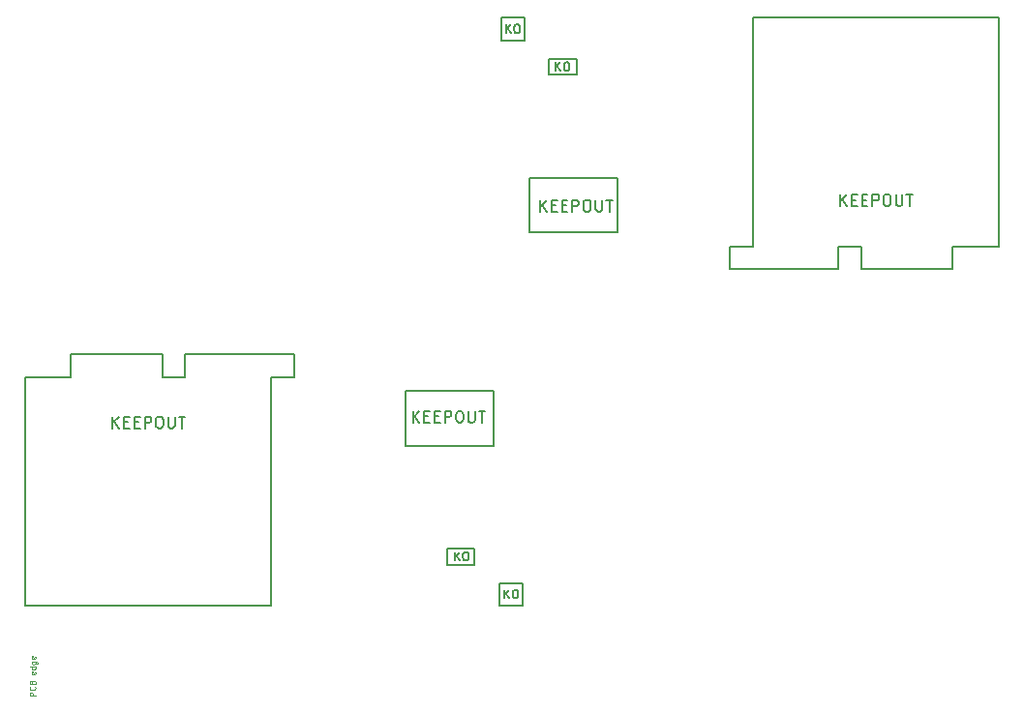
<source format=gbr>
G04 #@! TF.GenerationSoftware,KiCad,Pcbnew,(5.1.6)-1*
G04 #@! TF.CreationDate,2020-06-22T19:30:58+02:00*
G04 #@! TF.ProjectId,plc-sniffer,706c632d-736e-4696-9666-65722e6b6963,rev?*
G04 #@! TF.SameCoordinates,Original*
G04 #@! TF.FileFunction,OtherDrawing,Comment*
%FSLAX46Y46*%
G04 Gerber Fmt 4.6, Leading zero omitted, Abs format (unit mm)*
G04 Created by KiCad (PCBNEW (5.1.6)-1) date 2020-06-22 19:30:58*
%MOMM*%
%LPD*%
G01*
G04 APERTURE LIST*
%ADD10C,0.150000*%
%ADD11C,0.080000*%
G04 APERTURE END LIST*
D10*
G04 #@! TO.C,U602*
X105090000Y-84245000D02*
X101090000Y-84245000D01*
X105090000Y-82245000D02*
X105090000Y-84245000D01*
X113090000Y-82245000D02*
X105090000Y-82245000D01*
X113090000Y-84245000D02*
X113090000Y-82245000D01*
X115090000Y-84245000D02*
X113090000Y-84245000D01*
X115090000Y-82245000D02*
X115090000Y-84245000D01*
X124590000Y-82245000D02*
X115090000Y-82245000D01*
X122590000Y-84245000D02*
X122590000Y-104245000D01*
X124590000Y-84245000D02*
X122590000Y-84245000D01*
X124590000Y-82245000D02*
X124590000Y-84245000D01*
X101090000Y-84245000D02*
X101090000Y-104245000D01*
X101090000Y-104245000D02*
X122590000Y-104245000D01*
X134390000Y-90245000D02*
X142090000Y-90245000D01*
X134390000Y-85445000D02*
X134390000Y-90245000D01*
X142090000Y-85445000D02*
X134390000Y-85445000D01*
X142090000Y-90245000D02*
X142090000Y-85445000D01*
X144590000Y-102245000D02*
X142590000Y-102245000D01*
X144590000Y-104245000D02*
X144590000Y-102245000D01*
X142590000Y-104245000D02*
X144590000Y-104245000D01*
X142590000Y-102245000D02*
X142590000Y-104245000D01*
X140390000Y-100645000D02*
X140390000Y-99245000D01*
X137990000Y-100645000D02*
X140390000Y-100645000D01*
X137990000Y-99245000D02*
X137990000Y-100645000D01*
X140390000Y-99245000D02*
X137990000Y-99245000D01*
G04 #@! TO.C,U502*
X182230000Y-72785001D02*
X186230000Y-72785001D01*
X182230000Y-74785001D02*
X182230000Y-72785001D01*
X174230000Y-74785001D02*
X182230000Y-74785001D01*
X174230000Y-72785001D02*
X174230000Y-74785001D01*
X172230000Y-72785001D02*
X174230000Y-72785001D01*
X172230000Y-74785001D02*
X172230000Y-72785001D01*
X162730000Y-74785001D02*
X172230000Y-74785001D01*
X164730000Y-72785001D02*
X164730000Y-52785001D01*
X162730000Y-72785001D02*
X164730000Y-72785001D01*
X162730000Y-74785001D02*
X162730000Y-72785001D01*
X186230000Y-72785001D02*
X186230000Y-52785001D01*
X186230000Y-52785001D02*
X164730000Y-52785001D01*
X152930000Y-66785001D02*
X145230000Y-66785001D01*
X152930000Y-71585001D02*
X152930000Y-66785001D01*
X145230000Y-71585001D02*
X152930000Y-71585001D01*
X145230000Y-66785001D02*
X145230000Y-71585001D01*
X142730000Y-54785001D02*
X144730000Y-54785001D01*
X142730000Y-52785001D02*
X142730000Y-54785001D01*
X144730000Y-52785001D02*
X142730000Y-52785001D01*
X144730000Y-54785001D02*
X144730000Y-52785001D01*
X146930000Y-56385001D02*
X146930000Y-57785001D01*
X149330000Y-56385001D02*
X146930000Y-56385001D01*
X149330000Y-57785001D02*
X149330000Y-56385001D01*
X146930000Y-57785001D02*
X149330000Y-57785001D01*
G04 #@! TD*
G04 #@! TO.C,U602*
X108744761Y-88697380D02*
X108744761Y-87697380D01*
X109316190Y-88697380D02*
X108887619Y-88125952D01*
X109316190Y-87697380D02*
X108744761Y-88268809D01*
X109744761Y-88173571D02*
X110078095Y-88173571D01*
X110220952Y-88697380D02*
X109744761Y-88697380D01*
X109744761Y-87697380D01*
X110220952Y-87697380D01*
X110649523Y-88173571D02*
X110982857Y-88173571D01*
X111125714Y-88697380D02*
X110649523Y-88697380D01*
X110649523Y-87697380D01*
X111125714Y-87697380D01*
X111554285Y-88697380D02*
X111554285Y-87697380D01*
X111935238Y-87697380D01*
X112030476Y-87745000D01*
X112078095Y-87792619D01*
X112125714Y-87887857D01*
X112125714Y-88030714D01*
X112078095Y-88125952D01*
X112030476Y-88173571D01*
X111935238Y-88221190D01*
X111554285Y-88221190D01*
X112744761Y-87697380D02*
X112935238Y-87697380D01*
X113030476Y-87745000D01*
X113125714Y-87840238D01*
X113173333Y-88030714D01*
X113173333Y-88364047D01*
X113125714Y-88554523D01*
X113030476Y-88649761D01*
X112935238Y-88697380D01*
X112744761Y-88697380D01*
X112649523Y-88649761D01*
X112554285Y-88554523D01*
X112506666Y-88364047D01*
X112506666Y-88030714D01*
X112554285Y-87840238D01*
X112649523Y-87745000D01*
X112744761Y-87697380D01*
X113601904Y-87697380D02*
X113601904Y-88506904D01*
X113649523Y-88602142D01*
X113697142Y-88649761D01*
X113792380Y-88697380D01*
X113982857Y-88697380D01*
X114078095Y-88649761D01*
X114125714Y-88602142D01*
X114173333Y-88506904D01*
X114173333Y-87697380D01*
X114506666Y-87697380D02*
X115078095Y-87697380D01*
X114792380Y-88697380D02*
X114792380Y-87697380D01*
X134994761Y-88197380D02*
X134994761Y-87197380D01*
X135566190Y-88197380D02*
X135137619Y-87625952D01*
X135566190Y-87197380D02*
X134994761Y-87768809D01*
X135994761Y-87673571D02*
X136328095Y-87673571D01*
X136470952Y-88197380D02*
X135994761Y-88197380D01*
X135994761Y-87197380D01*
X136470952Y-87197380D01*
X136899523Y-87673571D02*
X137232857Y-87673571D01*
X137375714Y-88197380D02*
X136899523Y-88197380D01*
X136899523Y-87197380D01*
X137375714Y-87197380D01*
X137804285Y-88197380D02*
X137804285Y-87197380D01*
X138185238Y-87197380D01*
X138280476Y-87245000D01*
X138328095Y-87292619D01*
X138375714Y-87387857D01*
X138375714Y-87530714D01*
X138328095Y-87625952D01*
X138280476Y-87673571D01*
X138185238Y-87721190D01*
X137804285Y-87721190D01*
X138994761Y-87197380D02*
X139185238Y-87197380D01*
X139280476Y-87245000D01*
X139375714Y-87340238D01*
X139423333Y-87530714D01*
X139423333Y-87864047D01*
X139375714Y-88054523D01*
X139280476Y-88149761D01*
X139185238Y-88197380D01*
X138994761Y-88197380D01*
X138899523Y-88149761D01*
X138804285Y-88054523D01*
X138756666Y-87864047D01*
X138756666Y-87530714D01*
X138804285Y-87340238D01*
X138899523Y-87245000D01*
X138994761Y-87197380D01*
X139851904Y-87197380D02*
X139851904Y-88006904D01*
X139899523Y-88102142D01*
X139947142Y-88149761D01*
X140042380Y-88197380D01*
X140232857Y-88197380D01*
X140328095Y-88149761D01*
X140375714Y-88102142D01*
X140423333Y-88006904D01*
X140423333Y-87197380D01*
X140756666Y-87197380D02*
X141328095Y-87197380D01*
X141042380Y-88197380D02*
X141042380Y-87197380D01*
X143000714Y-103584285D02*
X143000714Y-102834285D01*
X143429285Y-103584285D02*
X143107857Y-103155714D01*
X143429285Y-102834285D02*
X143000714Y-103262857D01*
X143893571Y-102834285D02*
X144036428Y-102834285D01*
X144107857Y-102870000D01*
X144179285Y-102941428D01*
X144215000Y-103084285D01*
X144215000Y-103334285D01*
X144179285Y-103477142D01*
X144107857Y-103548571D01*
X144036428Y-103584285D01*
X143893571Y-103584285D01*
X143822142Y-103548571D01*
X143750714Y-103477142D01*
X143715000Y-103334285D01*
X143715000Y-103084285D01*
X143750714Y-102941428D01*
X143822142Y-102870000D01*
X143893571Y-102834285D01*
X138650714Y-100284285D02*
X138650714Y-99534285D01*
X139079285Y-100284285D02*
X138757857Y-99855714D01*
X139079285Y-99534285D02*
X138650714Y-99962857D01*
X139543571Y-99534285D02*
X139686428Y-99534285D01*
X139757857Y-99570000D01*
X139829285Y-99641428D01*
X139865000Y-99784285D01*
X139865000Y-100034285D01*
X139829285Y-100177142D01*
X139757857Y-100248571D01*
X139686428Y-100284285D01*
X139543571Y-100284285D01*
X139472142Y-100248571D01*
X139400714Y-100177142D01*
X139365000Y-100034285D01*
X139365000Y-99784285D01*
X139400714Y-99641428D01*
X139472142Y-99570000D01*
X139543571Y-99534285D01*
G04 #@! TO.C,U502*
X172384761Y-69237381D02*
X172384761Y-68237381D01*
X172956190Y-69237381D02*
X172527619Y-68665953D01*
X172956190Y-68237381D02*
X172384761Y-68808810D01*
X173384761Y-68713572D02*
X173718095Y-68713572D01*
X173860952Y-69237381D02*
X173384761Y-69237381D01*
X173384761Y-68237381D01*
X173860952Y-68237381D01*
X174289523Y-68713572D02*
X174622857Y-68713572D01*
X174765714Y-69237381D02*
X174289523Y-69237381D01*
X174289523Y-68237381D01*
X174765714Y-68237381D01*
X175194285Y-69237381D02*
X175194285Y-68237381D01*
X175575238Y-68237381D01*
X175670476Y-68285001D01*
X175718095Y-68332620D01*
X175765714Y-68427858D01*
X175765714Y-68570715D01*
X175718095Y-68665953D01*
X175670476Y-68713572D01*
X175575238Y-68761191D01*
X175194285Y-68761191D01*
X176384761Y-68237381D02*
X176575238Y-68237381D01*
X176670476Y-68285001D01*
X176765714Y-68380239D01*
X176813333Y-68570715D01*
X176813333Y-68904048D01*
X176765714Y-69094524D01*
X176670476Y-69189762D01*
X176575238Y-69237381D01*
X176384761Y-69237381D01*
X176289523Y-69189762D01*
X176194285Y-69094524D01*
X176146666Y-68904048D01*
X176146666Y-68570715D01*
X176194285Y-68380239D01*
X176289523Y-68285001D01*
X176384761Y-68237381D01*
X177241904Y-68237381D02*
X177241904Y-69046905D01*
X177289523Y-69142143D01*
X177337142Y-69189762D01*
X177432380Y-69237381D01*
X177622857Y-69237381D01*
X177718095Y-69189762D01*
X177765714Y-69142143D01*
X177813333Y-69046905D01*
X177813333Y-68237381D01*
X178146666Y-68237381D02*
X178718095Y-68237381D01*
X178432380Y-69237381D02*
X178432380Y-68237381D01*
X146134761Y-69737381D02*
X146134761Y-68737381D01*
X146706190Y-69737381D02*
X146277619Y-69165953D01*
X146706190Y-68737381D02*
X146134761Y-69308810D01*
X147134761Y-69213572D02*
X147468095Y-69213572D01*
X147610952Y-69737381D02*
X147134761Y-69737381D01*
X147134761Y-68737381D01*
X147610952Y-68737381D01*
X148039523Y-69213572D02*
X148372857Y-69213572D01*
X148515714Y-69737381D02*
X148039523Y-69737381D01*
X148039523Y-68737381D01*
X148515714Y-68737381D01*
X148944285Y-69737381D02*
X148944285Y-68737381D01*
X149325238Y-68737381D01*
X149420476Y-68785001D01*
X149468095Y-68832620D01*
X149515714Y-68927858D01*
X149515714Y-69070715D01*
X149468095Y-69165953D01*
X149420476Y-69213572D01*
X149325238Y-69261191D01*
X148944285Y-69261191D01*
X150134761Y-68737381D02*
X150325238Y-68737381D01*
X150420476Y-68785001D01*
X150515714Y-68880239D01*
X150563333Y-69070715D01*
X150563333Y-69404048D01*
X150515714Y-69594524D01*
X150420476Y-69689762D01*
X150325238Y-69737381D01*
X150134761Y-69737381D01*
X150039523Y-69689762D01*
X149944285Y-69594524D01*
X149896666Y-69404048D01*
X149896666Y-69070715D01*
X149944285Y-68880239D01*
X150039523Y-68785001D01*
X150134761Y-68737381D01*
X150991904Y-68737381D02*
X150991904Y-69546905D01*
X151039523Y-69642143D01*
X151087142Y-69689762D01*
X151182380Y-69737381D01*
X151372857Y-69737381D01*
X151468095Y-69689762D01*
X151515714Y-69642143D01*
X151563333Y-69546905D01*
X151563333Y-68737381D01*
X151896666Y-68737381D02*
X152468095Y-68737381D01*
X152182380Y-69737381D02*
X152182380Y-68737381D01*
X143140714Y-54124286D02*
X143140714Y-53374286D01*
X143569285Y-54124286D02*
X143247857Y-53695715D01*
X143569285Y-53374286D02*
X143140714Y-53802858D01*
X144033571Y-53374286D02*
X144176428Y-53374286D01*
X144247857Y-53410001D01*
X144319285Y-53481429D01*
X144355000Y-53624286D01*
X144355000Y-53874286D01*
X144319285Y-54017143D01*
X144247857Y-54088572D01*
X144176428Y-54124286D01*
X144033571Y-54124286D01*
X143962142Y-54088572D01*
X143890714Y-54017143D01*
X143855000Y-53874286D01*
X143855000Y-53624286D01*
X143890714Y-53481429D01*
X143962142Y-53410001D01*
X144033571Y-53374286D01*
X147490714Y-57424286D02*
X147490714Y-56674286D01*
X147919285Y-57424286D02*
X147597857Y-56995715D01*
X147919285Y-56674286D02*
X147490714Y-57102858D01*
X148383571Y-56674286D02*
X148526428Y-56674286D01*
X148597857Y-56710001D01*
X148669285Y-56781429D01*
X148705000Y-56924286D01*
X148705000Y-57174286D01*
X148669285Y-57317143D01*
X148597857Y-57388572D01*
X148526428Y-57424286D01*
X148383571Y-57424286D01*
X148312142Y-57388572D01*
X148240714Y-57317143D01*
X148205000Y-57174286D01*
X148205000Y-56924286D01*
X148240714Y-56781429D01*
X148312142Y-56710001D01*
X148383571Y-56674286D01*
G04 #@! TO.C,J901*
D11*
X101976190Y-112102380D02*
X101476190Y-112102380D01*
X101476190Y-111911904D01*
X101500000Y-111864285D01*
X101523809Y-111840476D01*
X101571428Y-111816666D01*
X101642857Y-111816666D01*
X101690476Y-111840476D01*
X101714285Y-111864285D01*
X101738095Y-111911904D01*
X101738095Y-112102380D01*
X101928571Y-111316666D02*
X101952380Y-111340476D01*
X101976190Y-111411904D01*
X101976190Y-111459523D01*
X101952380Y-111530952D01*
X101904761Y-111578571D01*
X101857142Y-111602380D01*
X101761904Y-111626190D01*
X101690476Y-111626190D01*
X101595238Y-111602380D01*
X101547619Y-111578571D01*
X101500000Y-111530952D01*
X101476190Y-111459523D01*
X101476190Y-111411904D01*
X101500000Y-111340476D01*
X101523809Y-111316666D01*
X101714285Y-110935714D02*
X101738095Y-110864285D01*
X101761904Y-110840476D01*
X101809523Y-110816666D01*
X101880952Y-110816666D01*
X101928571Y-110840476D01*
X101952380Y-110864285D01*
X101976190Y-110911904D01*
X101976190Y-111102380D01*
X101476190Y-111102380D01*
X101476190Y-110935714D01*
X101500000Y-110888095D01*
X101523809Y-110864285D01*
X101571428Y-110840476D01*
X101619047Y-110840476D01*
X101666666Y-110864285D01*
X101690476Y-110888095D01*
X101714285Y-110935714D01*
X101714285Y-111102380D01*
X101952380Y-110030952D02*
X101976190Y-110078571D01*
X101976190Y-110173809D01*
X101952380Y-110221428D01*
X101904761Y-110245238D01*
X101714285Y-110245238D01*
X101666666Y-110221428D01*
X101642857Y-110173809D01*
X101642857Y-110078571D01*
X101666666Y-110030952D01*
X101714285Y-110007142D01*
X101761904Y-110007142D01*
X101809523Y-110245238D01*
X101976190Y-109578571D02*
X101476190Y-109578571D01*
X101952380Y-109578571D02*
X101976190Y-109626190D01*
X101976190Y-109721428D01*
X101952380Y-109769047D01*
X101928571Y-109792857D01*
X101880952Y-109816666D01*
X101738095Y-109816666D01*
X101690476Y-109792857D01*
X101666666Y-109769047D01*
X101642857Y-109721428D01*
X101642857Y-109626190D01*
X101666666Y-109578571D01*
X101642857Y-109126190D02*
X102047619Y-109126190D01*
X102095238Y-109150000D01*
X102119047Y-109173809D01*
X102142857Y-109221428D01*
X102142857Y-109292857D01*
X102119047Y-109340476D01*
X101952380Y-109126190D02*
X101976190Y-109173809D01*
X101976190Y-109269047D01*
X101952380Y-109316666D01*
X101928571Y-109340476D01*
X101880952Y-109364285D01*
X101738095Y-109364285D01*
X101690476Y-109340476D01*
X101666666Y-109316666D01*
X101642857Y-109269047D01*
X101642857Y-109173809D01*
X101666666Y-109126190D01*
X101952380Y-108697619D02*
X101976190Y-108745238D01*
X101976190Y-108840476D01*
X101952380Y-108888095D01*
X101904761Y-108911904D01*
X101714285Y-108911904D01*
X101666666Y-108888095D01*
X101642857Y-108840476D01*
X101642857Y-108745238D01*
X101666666Y-108697619D01*
X101714285Y-108673809D01*
X101761904Y-108673809D01*
X101809523Y-108911904D01*
G04 #@! TD*
M02*

</source>
